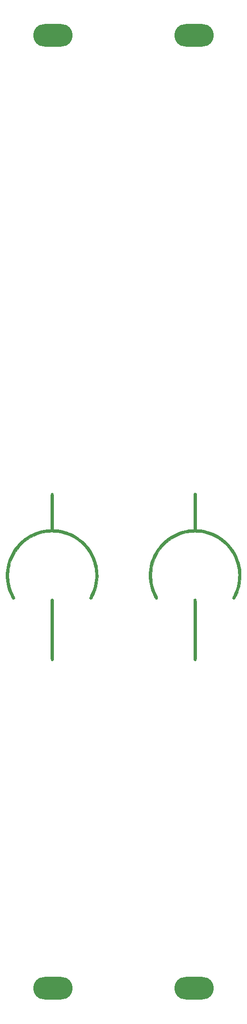
<source format=gtl>
%TF.GenerationSoftware,KiCad,Pcbnew,(6.0.0-0)*%
%TF.CreationDate,2022-06-17T06:07:27+01:00*%
%TF.ProjectId,4u-damped-integrator-panel,34752d64-616d-4706-9564-2d696e746567,r01*%
%TF.SameCoordinates,Original*%
%TF.FileFunction,Copper,L1,Top*%
%TF.FilePolarity,Positive*%
%FSLAX46Y46*%
G04 Gerber Fmt 4.6, Leading zero omitted, Abs format (unit mm)*
G04 Created by KiCad (PCBNEW (6.0.0-0)) date 2022-06-17 06:07:27*
%MOMM*%
%LPD*%
G01*
G04 APERTURE LIST*
%TA.AperFunction,EtchedComponent*%
%ADD10C,0.010000*%
%TD*%
%TA.AperFunction,ComponentPad*%
%ADD11O,7.000000X4.000000*%
%TD*%
G04 APERTURE END LIST*
D10*
%TO.C,Ref\u002A\u002A*%
X112781976Y-125407740D02*
X112855427Y-125456251D01*
X112855427Y-125456251D02*
X112902751Y-125526475D01*
X112902751Y-125526475D02*
X112906160Y-125555649D01*
X112906160Y-125555649D02*
X112909389Y-125624949D01*
X112909389Y-125624949D02*
X112912437Y-125732168D01*
X112912437Y-125732168D02*
X112915306Y-125875100D01*
X112915306Y-125875100D02*
X112917993Y-126051538D01*
X112917993Y-126051538D02*
X112920500Y-126259276D01*
X112920500Y-126259276D02*
X112922826Y-126496106D01*
X112922826Y-126496106D02*
X112924971Y-126759822D01*
X112924971Y-126759822D02*
X112926935Y-127048217D01*
X112926935Y-127048217D02*
X112928717Y-127359085D01*
X112928717Y-127359085D02*
X112930319Y-127690219D01*
X112930319Y-127690219D02*
X112931739Y-128039412D01*
X112931739Y-128039412D02*
X112932977Y-128404457D01*
X112932977Y-128404457D02*
X112934034Y-128783149D01*
X112934034Y-128783149D02*
X112934909Y-129173279D01*
X112934909Y-129173279D02*
X112935602Y-129572642D01*
X112935602Y-129572642D02*
X112936113Y-129979030D01*
X112936113Y-129979030D02*
X112936442Y-130390238D01*
X112936442Y-130390238D02*
X112936589Y-130804057D01*
X112936589Y-130804057D02*
X112936553Y-131218283D01*
X112936553Y-131218283D02*
X112936335Y-131630707D01*
X112936335Y-131630707D02*
X112935934Y-132039124D01*
X112935934Y-132039124D02*
X112935351Y-132441326D01*
X112935351Y-132441326D02*
X112934584Y-132835107D01*
X112934584Y-132835107D02*
X112933635Y-133218261D01*
X112933635Y-133218261D02*
X112932503Y-133588579D01*
X112932503Y-133588579D02*
X112931187Y-133943857D01*
X112931187Y-133943857D02*
X112929689Y-134281886D01*
X112929689Y-134281886D02*
X112928006Y-134600461D01*
X112928006Y-134600461D02*
X112926141Y-134897375D01*
X112926141Y-134897375D02*
X112924091Y-135170421D01*
X112924091Y-135170421D02*
X112921858Y-135417392D01*
X112921858Y-135417392D02*
X112919441Y-135636081D01*
X112919441Y-135636081D02*
X112916840Y-135824283D01*
X112916840Y-135824283D02*
X112914055Y-135979790D01*
X112914055Y-135979790D02*
X112911085Y-136100395D01*
X112911085Y-136100395D02*
X112907931Y-136183892D01*
X112907931Y-136183892D02*
X112904593Y-136228074D01*
X112904593Y-136228074D02*
X112903319Y-136233996D01*
X112903319Y-136233996D02*
X112850243Y-136312814D01*
X112850243Y-136312814D02*
X112775456Y-136361145D01*
X112775456Y-136361145D02*
X112688541Y-136377013D01*
X112688541Y-136377013D02*
X112599081Y-136358441D01*
X112599081Y-136358441D02*
X112525709Y-136311902D01*
X112525709Y-136311902D02*
X112456583Y-136250139D01*
X112456583Y-136250139D02*
X112456583Y-125511694D01*
X112456583Y-125511694D02*
X112525709Y-125449930D01*
X112525709Y-125449930D02*
X112606468Y-125402417D01*
X112606468Y-125402417D02*
X112695440Y-125389075D01*
X112695440Y-125389075D02*
X112781976Y-125407740D01*
X112781976Y-125407740D02*
X112781976Y-125407740D01*
G36*
X112781976Y-125407740D02*
G01*
X112855427Y-125456251D01*
X112902751Y-125526475D01*
X112906160Y-125555649D01*
X112909389Y-125624949D01*
X112912437Y-125732168D01*
X112915306Y-125875100D01*
X112917993Y-126051538D01*
X112920500Y-126259276D01*
X112922826Y-126496106D01*
X112924971Y-126759822D01*
X112926935Y-127048217D01*
X112928717Y-127359085D01*
X112930319Y-127690219D01*
X112931739Y-128039412D01*
X112932977Y-128404457D01*
X112934034Y-128783149D01*
X112934909Y-129173279D01*
X112935602Y-129572642D01*
X112936113Y-129979030D01*
X112936442Y-130390238D01*
X112936589Y-130804057D01*
X112936553Y-131218283D01*
X112936335Y-131630707D01*
X112935934Y-132039124D01*
X112935351Y-132441326D01*
X112934584Y-132835107D01*
X112933635Y-133218261D01*
X112932503Y-133588579D01*
X112931187Y-133943857D01*
X112929689Y-134281886D01*
X112928006Y-134600461D01*
X112926141Y-134897375D01*
X112924091Y-135170421D01*
X112921858Y-135417392D01*
X112919441Y-135636081D01*
X112916840Y-135824283D01*
X112914055Y-135979790D01*
X112911085Y-136100395D01*
X112907931Y-136183892D01*
X112904593Y-136228074D01*
X112903319Y-136233996D01*
X112850243Y-136312814D01*
X112775456Y-136361145D01*
X112688541Y-136377013D01*
X112599081Y-136358441D01*
X112525709Y-136311902D01*
X112456583Y-136250139D01*
X112456583Y-125511694D01*
X112525709Y-125449930D01*
X112606468Y-125402417D01*
X112695440Y-125389075D01*
X112781976Y-125407740D01*
G37*
X112781976Y-125407740D02*
X112855427Y-125456251D01*
X112902751Y-125526475D01*
X112906160Y-125555649D01*
X112909389Y-125624949D01*
X112912437Y-125732168D01*
X112915306Y-125875100D01*
X112917993Y-126051538D01*
X112920500Y-126259276D01*
X112922826Y-126496106D01*
X112924971Y-126759822D01*
X112926935Y-127048217D01*
X112928717Y-127359085D01*
X112930319Y-127690219D01*
X112931739Y-128039412D01*
X112932977Y-128404457D01*
X112934034Y-128783149D01*
X112934909Y-129173279D01*
X112935602Y-129572642D01*
X112936113Y-129979030D01*
X112936442Y-130390238D01*
X112936589Y-130804057D01*
X112936553Y-131218283D01*
X112936335Y-131630707D01*
X112935934Y-132039124D01*
X112935351Y-132441326D01*
X112934584Y-132835107D01*
X112933635Y-133218261D01*
X112932503Y-133588579D01*
X112931187Y-133943857D01*
X112929689Y-134281886D01*
X112928006Y-134600461D01*
X112926141Y-134897375D01*
X112924091Y-135170421D01*
X112921858Y-135417392D01*
X112919441Y-135636081D01*
X112916840Y-135824283D01*
X112914055Y-135979790D01*
X112911085Y-136100395D01*
X112907931Y-136183892D01*
X112904593Y-136228074D01*
X112903319Y-136233996D01*
X112850243Y-136312814D01*
X112775456Y-136361145D01*
X112688541Y-136377013D01*
X112599081Y-136358441D01*
X112525709Y-136311902D01*
X112456583Y-136250139D01*
X112456583Y-125511694D01*
X112525709Y-125449930D01*
X112606468Y-125402417D01*
X112695440Y-125389075D01*
X112781976Y-125407740D01*
X112750159Y-106636686D02*
X112815961Y-106670859D01*
X112815961Y-106670859D02*
X112870763Y-106717101D01*
X112870763Y-106717101D02*
X112877999Y-106726006D01*
X112877999Y-106726006D02*
X112922250Y-106785763D01*
X112922250Y-106785763D02*
X112932833Y-109932756D01*
X112932833Y-109932756D02*
X112943417Y-113079750D01*
X112943417Y-113079750D02*
X113059833Y-113084600D01*
X113059833Y-113084600D02*
X113631839Y-113129373D01*
X113631839Y-113129373D02*
X114197037Y-113214992D01*
X114197037Y-113214992D02*
X114753265Y-113340248D01*
X114753265Y-113340248D02*
X115298360Y-113503933D01*
X115298360Y-113503933D02*
X115830160Y-113704838D01*
X115830160Y-113704838D02*
X116346503Y-113941754D01*
X116346503Y-113941754D02*
X116845226Y-114213472D01*
X116845226Y-114213472D02*
X117324168Y-114518784D01*
X117324168Y-114518784D02*
X117781166Y-114856481D01*
X117781166Y-114856481D02*
X118214057Y-115225354D01*
X118214057Y-115225354D02*
X118620680Y-115624194D01*
X118620680Y-115624194D02*
X118998873Y-116051793D01*
X118998873Y-116051793D02*
X119346472Y-116506941D01*
X119346472Y-116506941D02*
X119450019Y-116656916D01*
X119450019Y-116656916D02*
X119729536Y-117096174D01*
X119729536Y-117096174D02*
X119972428Y-117530968D01*
X119972428Y-117530968D02*
X120182510Y-117969358D01*
X120182510Y-117969358D02*
X120363593Y-118419406D01*
X120363593Y-118419406D02*
X120519492Y-118889170D01*
X120519492Y-118889170D02*
X120541594Y-118964083D01*
X120541594Y-118964083D02*
X120684926Y-119533251D01*
X120684926Y-119533251D02*
X120787037Y-120110284D01*
X120787037Y-120110284D02*
X120847802Y-120692892D01*
X120847802Y-120692892D02*
X120867097Y-121278783D01*
X120867097Y-121278783D02*
X120844797Y-121865666D01*
X120844797Y-121865666D02*
X120780778Y-122451248D01*
X120780778Y-122451248D02*
X120743666Y-122683428D01*
X120743666Y-122683428D02*
X120663529Y-123075237D01*
X120663529Y-123075237D02*
X120558363Y-123482054D01*
X120558363Y-123482054D02*
X120432670Y-123888557D01*
X120432670Y-123888557D02*
X120290951Y-124279423D01*
X120290951Y-124279423D02*
X120231988Y-124425083D01*
X120231988Y-124425083D02*
X120179430Y-124546060D01*
X120179430Y-124546060D02*
X120118358Y-124678849D01*
X120118358Y-124678849D02*
X120052057Y-124817062D01*
X120052057Y-124817062D02*
X119983813Y-124954306D01*
X119983813Y-124954306D02*
X119916910Y-125084193D01*
X119916910Y-125084193D02*
X119854632Y-125200332D01*
X119854632Y-125200332D02*
X119800264Y-125296333D01*
X119800264Y-125296333D02*
X119757092Y-125365805D01*
X119757092Y-125365805D02*
X119730790Y-125400103D01*
X119730790Y-125400103D02*
X119650049Y-125454017D01*
X119650049Y-125454017D02*
X119559451Y-125471465D01*
X119559451Y-125471465D02*
X119469563Y-125452876D01*
X119469563Y-125452876D02*
X119390953Y-125398680D01*
X119390953Y-125398680D02*
X119379359Y-125385822D01*
X119379359Y-125385822D02*
X119348864Y-125344199D01*
X119348864Y-125344199D02*
X119330510Y-125301678D01*
X119330510Y-125301678D02*
X119325547Y-125252908D01*
X119325547Y-125252908D02*
X119335228Y-125192538D01*
X119335228Y-125192538D02*
X119360805Y-125115216D01*
X119360805Y-125115216D02*
X119403530Y-125015589D01*
X119403530Y-125015589D02*
X119464655Y-124888307D01*
X119464655Y-124888307D02*
X119522860Y-124772397D01*
X119522860Y-124772397D02*
X119762902Y-124259579D01*
X119762902Y-124259579D02*
X119961713Y-123747334D01*
X119961713Y-123747334D02*
X120120181Y-123231982D01*
X120120181Y-123231982D02*
X120239194Y-122709844D01*
X120239194Y-122709844D02*
X120319640Y-122177239D01*
X120319640Y-122177239D02*
X120362408Y-121630488D01*
X120362408Y-121630488D02*
X120370425Y-121260666D01*
X120370425Y-121260666D02*
X120368870Y-121025794D01*
X120368870Y-121025794D02*
X120363454Y-120821356D01*
X120363454Y-120821356D02*
X120353279Y-120635557D01*
X120353279Y-120635557D02*
X120337451Y-120456603D01*
X120337451Y-120456603D02*
X120315072Y-120272698D01*
X120315072Y-120272698D02*
X120285246Y-120072047D01*
X120285246Y-120072047D02*
X120275532Y-120011833D01*
X120275532Y-120011833D02*
X120164646Y-119461886D01*
X120164646Y-119461886D02*
X120015153Y-118926708D01*
X120015153Y-118926708D02*
X119828614Y-118407835D01*
X119828614Y-118407835D02*
X119606586Y-117906808D01*
X119606586Y-117906808D02*
X119350630Y-117425163D01*
X119350630Y-117425163D02*
X119062304Y-116964439D01*
X119062304Y-116964439D02*
X118743167Y-116526175D01*
X118743167Y-116526175D02*
X118394779Y-116111909D01*
X118394779Y-116111909D02*
X118018699Y-115723179D01*
X118018699Y-115723179D02*
X117616485Y-115361524D01*
X117616485Y-115361524D02*
X117189696Y-115028481D01*
X117189696Y-115028481D02*
X116739893Y-114725590D01*
X116739893Y-114725590D02*
X116268633Y-114454388D01*
X116268633Y-114454388D02*
X115777476Y-114216414D01*
X115777476Y-114216414D02*
X115267981Y-114013206D01*
X115267981Y-114013206D02*
X114741707Y-113846302D01*
X114741707Y-113846302D02*
X114200213Y-113717241D01*
X114200213Y-113717241D02*
X113830767Y-113652870D01*
X113830767Y-113652870D02*
X113631090Y-113625245D01*
X113631090Y-113625245D02*
X113445927Y-113604642D01*
X113445927Y-113604642D02*
X113263187Y-113590245D01*
X113263187Y-113590245D02*
X113070780Y-113581240D01*
X113070780Y-113581240D02*
X112856613Y-113576814D01*
X112856613Y-113576814D02*
X112689417Y-113576004D01*
X112689417Y-113576004D02*
X112334688Y-113581536D01*
X112334688Y-113581536D02*
X112009252Y-113598914D01*
X112009252Y-113598914D02*
X111701432Y-113629310D01*
X111701432Y-113629310D02*
X111399555Y-113673896D01*
X111399555Y-113673896D02*
X111091946Y-113733844D01*
X111091946Y-113733844D02*
X111070167Y-113738587D01*
X111070167Y-113738587D02*
X110517097Y-113881179D01*
X110517097Y-113881179D02*
X109979317Y-114062651D01*
X109979317Y-114062651D02*
X109458636Y-114281817D01*
X109458636Y-114281817D02*
X108956862Y-114537485D01*
X108956862Y-114537485D02*
X108475803Y-114828469D01*
X108475803Y-114828469D02*
X108017267Y-115153579D01*
X108017267Y-115153579D02*
X107583062Y-115511626D01*
X107583062Y-115511626D02*
X107174996Y-115901422D01*
X107174996Y-115901422D02*
X106794879Y-116321777D01*
X106794879Y-116321777D02*
X106444517Y-116771503D01*
X106444517Y-116771503D02*
X106433285Y-116787107D01*
X106433285Y-116787107D02*
X106119582Y-117259918D01*
X106119582Y-117259918D02*
X105843183Y-117751721D01*
X105843183Y-117751721D02*
X105604716Y-118260460D01*
X105604716Y-118260460D02*
X105404809Y-118784078D01*
X105404809Y-118784078D02*
X105244091Y-119320517D01*
X105244091Y-119320517D02*
X105123188Y-119867721D01*
X105123188Y-119867721D02*
X105042729Y-120423633D01*
X105042729Y-120423633D02*
X105003342Y-120986197D01*
X105003342Y-120986197D02*
X105002755Y-121472333D01*
X105002755Y-121472333D02*
X105040152Y-122046485D01*
X105040152Y-122046485D02*
X105117118Y-122606135D01*
X105117118Y-122606135D02*
X105234102Y-123152954D01*
X105234102Y-123152954D02*
X105391550Y-123688612D01*
X105391550Y-123688612D02*
X105589911Y-124214781D01*
X105589911Y-124214781D02*
X105829631Y-124733132D01*
X105829631Y-124733132D02*
X105925685Y-124917296D01*
X105925685Y-124917296D02*
X105977638Y-125018909D01*
X105977638Y-125018909D02*
X106018698Y-125108897D01*
X106018698Y-125108897D02*
X106045225Y-125178721D01*
X106045225Y-125178721D02*
X106053667Y-125217543D01*
X106053667Y-125217543D02*
X106035626Y-125316146D01*
X106035626Y-125316146D02*
X105986809Y-125394539D01*
X105986809Y-125394539D02*
X105915171Y-125447854D01*
X105915171Y-125447854D02*
X105828671Y-125471224D01*
X105828671Y-125471224D02*
X105735263Y-125459783D01*
X105735263Y-125459783D02*
X105689692Y-125440162D01*
X105689692Y-125440162D02*
X105647294Y-125401664D01*
X105647294Y-125401664D02*
X105592829Y-125327953D01*
X105592829Y-125327953D02*
X105528495Y-125223674D01*
X105528495Y-125223674D02*
X105456490Y-125093472D01*
X105456490Y-125093472D02*
X105379012Y-124941992D01*
X105379012Y-124941992D02*
X105298259Y-124773879D01*
X105298259Y-124773879D02*
X105216428Y-124593777D01*
X105216428Y-124593777D02*
X105135719Y-124406331D01*
X105135719Y-124406331D02*
X105058329Y-124216187D01*
X105058329Y-124216187D02*
X104986456Y-124027988D01*
X104986456Y-124027988D02*
X104922298Y-123846380D01*
X104922298Y-123846380D02*
X104892627Y-123755816D01*
X104892627Y-123755816D02*
X104796908Y-123425498D01*
X104796908Y-123425498D02*
X104709610Y-123066526D01*
X104709610Y-123066526D02*
X104633564Y-122692210D01*
X104633564Y-122692210D02*
X104571602Y-122315858D01*
X104571602Y-122315858D02*
X104546468Y-122128500D01*
X104546468Y-122128500D02*
X104535954Y-122012957D01*
X104535954Y-122012957D02*
X104527972Y-121863040D01*
X104527972Y-121863040D02*
X104522473Y-121686630D01*
X104522473Y-121686630D02*
X104519409Y-121491607D01*
X104519409Y-121491607D02*
X104518732Y-121285852D01*
X104518732Y-121285852D02*
X104520393Y-121077246D01*
X104520393Y-121077246D02*
X104524346Y-120873669D01*
X104524346Y-120873669D02*
X104530540Y-120683002D01*
X104530540Y-120683002D02*
X104538929Y-120513126D01*
X104538929Y-120513126D02*
X104549464Y-120371921D01*
X104549464Y-120371921D02*
X104557658Y-120297583D01*
X104557658Y-120297583D02*
X104653340Y-119709397D01*
X104653340Y-119709397D02*
X104781886Y-119146311D01*
X104781886Y-119146311D02*
X104944354Y-118605492D01*
X104944354Y-118605492D02*
X105141799Y-118084104D01*
X105141799Y-118084104D02*
X105375279Y-117579315D01*
X105375279Y-117579315D02*
X105645849Y-117088291D01*
X105645849Y-117088291D02*
X105906828Y-116678083D01*
X105906828Y-116678083D02*
X106251237Y-116205873D01*
X106251237Y-116205873D02*
X106625777Y-115762265D01*
X106625777Y-115762265D02*
X107028575Y-115348386D01*
X107028575Y-115348386D02*
X107457753Y-114965363D01*
X107457753Y-114965363D02*
X107911437Y-114614324D01*
X107911437Y-114614324D02*
X108387751Y-114296395D01*
X108387751Y-114296395D02*
X108884821Y-114012704D01*
X108884821Y-114012704D02*
X109400770Y-113764378D01*
X109400770Y-113764378D02*
X109933724Y-113552543D01*
X109933724Y-113552543D02*
X110481806Y-113378326D01*
X110481806Y-113378326D02*
X111043143Y-113242856D01*
X111043143Y-113242856D02*
X111615858Y-113147259D01*
X111615858Y-113147259D02*
X111821923Y-113123086D01*
X111821923Y-113123086D02*
X111948105Y-113110638D01*
X111948105Y-113110638D02*
X112073244Y-113099550D01*
X112073244Y-113099550D02*
X112184798Y-113090853D01*
X112184798Y-113090853D02*
X112270226Y-113085576D01*
X112270226Y-113085576D02*
X112287250Y-113084870D01*
X112287250Y-113084870D02*
X112435417Y-113079750D01*
X112435417Y-113079750D02*
X112446000Y-109925916D01*
X112446000Y-109925916D02*
X112447401Y-109493644D01*
X112447401Y-109493644D02*
X112448625Y-109101704D01*
X112448625Y-109101704D02*
X112449760Y-108748092D01*
X112449760Y-108748092D02*
X112450897Y-108430808D01*
X112450897Y-108430808D02*
X112452125Y-108147850D01*
X112452125Y-108147850D02*
X112453533Y-107897216D01*
X112453533Y-107897216D02*
X112455212Y-107676905D01*
X112455212Y-107676905D02*
X112457251Y-107484916D01*
X112457251Y-107484916D02*
X112459739Y-107319245D01*
X112459739Y-107319245D02*
X112462767Y-107177893D01*
X112462767Y-107177893D02*
X112466425Y-107058856D01*
X112466425Y-107058856D02*
X112470800Y-106960134D01*
X112470800Y-106960134D02*
X112475985Y-106879726D01*
X112475985Y-106879726D02*
X112482067Y-106815628D01*
X112482067Y-106815628D02*
X112489138Y-106765840D01*
X112489138Y-106765840D02*
X112497286Y-106728360D01*
X112497286Y-106728360D02*
X112506601Y-106701187D01*
X112506601Y-106701187D02*
X112517173Y-106682319D01*
X112517173Y-106682319D02*
X112529091Y-106669753D01*
X112529091Y-106669753D02*
X112542446Y-106661489D01*
X112542446Y-106661489D02*
X112557327Y-106655526D01*
X112557327Y-106655526D02*
X112573823Y-106649860D01*
X112573823Y-106649860D02*
X112592024Y-106642491D01*
X112592024Y-106642491D02*
X112593130Y-106641971D01*
X112593130Y-106641971D02*
X112646984Y-106620952D01*
X112646984Y-106620952D02*
X112692617Y-106619884D01*
X112692617Y-106619884D02*
X112750159Y-106636686D01*
X112750159Y-106636686D02*
X112750159Y-106636686D01*
G36*
X112750159Y-106636686D02*
G01*
X112815961Y-106670859D01*
X112870763Y-106717101D01*
X112877999Y-106726006D01*
X112922250Y-106785763D01*
X112932833Y-109932756D01*
X112943417Y-113079750D01*
X113059833Y-113084600D01*
X113631839Y-113129373D01*
X114197037Y-113214992D01*
X114753265Y-113340248D01*
X115298360Y-113503933D01*
X115830160Y-113704838D01*
X116346503Y-113941754D01*
X116845226Y-114213472D01*
X117324168Y-114518784D01*
X117781166Y-114856481D01*
X118214057Y-115225354D01*
X118620680Y-115624194D01*
X118998873Y-116051793D01*
X119346472Y-116506941D01*
X119450019Y-116656916D01*
X119729536Y-117096174D01*
X119972428Y-117530968D01*
X120182510Y-117969358D01*
X120363593Y-118419406D01*
X120519492Y-118889170D01*
X120541594Y-118964083D01*
X120684926Y-119533251D01*
X120787037Y-120110284D01*
X120847802Y-120692892D01*
X120867097Y-121278783D01*
X120844797Y-121865666D01*
X120780778Y-122451248D01*
X120743666Y-122683428D01*
X120663529Y-123075237D01*
X120558363Y-123482054D01*
X120432670Y-123888557D01*
X120290951Y-124279423D01*
X120231988Y-124425083D01*
X120179430Y-124546060D01*
X120118358Y-124678849D01*
X120052057Y-124817062D01*
X119983813Y-124954306D01*
X119916910Y-125084193D01*
X119854632Y-125200332D01*
X119800264Y-125296333D01*
X119757092Y-125365805D01*
X119730790Y-125400103D01*
X119650049Y-125454017D01*
X119559451Y-125471465D01*
X119469563Y-125452876D01*
X119390953Y-125398680D01*
X119379359Y-125385822D01*
X119348864Y-125344199D01*
X119330510Y-125301678D01*
X119325547Y-125252908D01*
X119335228Y-125192538D01*
X119360805Y-125115216D01*
X119403530Y-125015589D01*
X119464655Y-124888307D01*
X119522860Y-124772397D01*
X119762902Y-124259579D01*
X119961713Y-123747334D01*
X120120181Y-123231982D01*
X120239194Y-122709844D01*
X120319640Y-122177239D01*
X120362408Y-121630488D01*
X120370425Y-121260666D01*
X120368870Y-121025794D01*
X120363454Y-120821356D01*
X120353279Y-120635557D01*
X120337451Y-120456603D01*
X120315072Y-120272698D01*
X120285246Y-120072047D01*
X120275532Y-120011833D01*
X120164646Y-119461886D01*
X120015153Y-118926708D01*
X119828614Y-118407835D01*
X119606586Y-117906808D01*
X119350630Y-117425163D01*
X119062304Y-116964439D01*
X118743167Y-116526175D01*
X118394779Y-116111909D01*
X118018699Y-115723179D01*
X117616485Y-115361524D01*
X117189696Y-115028481D01*
X116739893Y-114725590D01*
X116268633Y-114454388D01*
X115777476Y-114216414D01*
X115267981Y-114013206D01*
X114741707Y-113846302D01*
X114200213Y-113717241D01*
X113830767Y-113652870D01*
X113631090Y-113625245D01*
X113445927Y-113604642D01*
X113263187Y-113590245D01*
X113070780Y-113581240D01*
X112856613Y-113576814D01*
X112689417Y-113576004D01*
X112334688Y-113581536D01*
X112009252Y-113598914D01*
X111701432Y-113629310D01*
X111399555Y-113673896D01*
X111091946Y-113733844D01*
X111070167Y-113738587D01*
X110517097Y-113881179D01*
X109979317Y-114062651D01*
X109458636Y-114281817D01*
X108956862Y-114537485D01*
X108475803Y-114828469D01*
X108017267Y-115153579D01*
X107583062Y-115511626D01*
X107174996Y-115901422D01*
X106794879Y-116321777D01*
X106444517Y-116771503D01*
X106433285Y-116787107D01*
X106119582Y-117259918D01*
X105843183Y-117751721D01*
X105604716Y-118260460D01*
X105404809Y-118784078D01*
X105244091Y-119320517D01*
X105123188Y-119867721D01*
X105042729Y-120423633D01*
X105003342Y-120986197D01*
X105002755Y-121472333D01*
X105040152Y-122046485D01*
X105117118Y-122606135D01*
X105234102Y-123152954D01*
X105391550Y-123688612D01*
X105589911Y-124214781D01*
X105829631Y-124733132D01*
X105925685Y-124917296D01*
X105977638Y-125018909D01*
X106018698Y-125108897D01*
X106045225Y-125178721D01*
X106053667Y-125217543D01*
X106035626Y-125316146D01*
X105986809Y-125394539D01*
X105915171Y-125447854D01*
X105828671Y-125471224D01*
X105735263Y-125459783D01*
X105689692Y-125440162D01*
X105647294Y-125401664D01*
X105592829Y-125327953D01*
X105528495Y-125223674D01*
X105456490Y-125093472D01*
X105379012Y-124941992D01*
X105298259Y-124773879D01*
X105216428Y-124593777D01*
X105135719Y-124406331D01*
X105058329Y-124216187D01*
X104986456Y-124027988D01*
X104922298Y-123846380D01*
X104892627Y-123755816D01*
X104796908Y-123425498D01*
X104709610Y-123066526D01*
X104633564Y-122692210D01*
X104571602Y-122315858D01*
X104546468Y-122128500D01*
X104535954Y-122012957D01*
X104527972Y-121863040D01*
X104522473Y-121686630D01*
X104519409Y-121491607D01*
X104518732Y-121285852D01*
X104520393Y-121077246D01*
X104524346Y-120873669D01*
X104530540Y-120683002D01*
X104538929Y-120513126D01*
X104549464Y-120371921D01*
X104557658Y-120297583D01*
X104653340Y-119709397D01*
X104781886Y-119146311D01*
X104944354Y-118605492D01*
X105141799Y-118084104D01*
X105375279Y-117579315D01*
X105645849Y-117088291D01*
X105906828Y-116678083D01*
X106251237Y-116205873D01*
X106625777Y-115762265D01*
X107028575Y-115348386D01*
X107457753Y-114965363D01*
X107911437Y-114614324D01*
X108387751Y-114296395D01*
X108884821Y-114012704D01*
X109400770Y-113764378D01*
X109933724Y-113552543D01*
X110481806Y-113378326D01*
X111043143Y-113242856D01*
X111615858Y-113147259D01*
X111821923Y-113123086D01*
X111948105Y-113110638D01*
X112073244Y-113099550D01*
X112184798Y-113090853D01*
X112270226Y-113085576D01*
X112287250Y-113084870D01*
X112435417Y-113079750D01*
X112446000Y-109925916D01*
X112447401Y-109493644D01*
X112448625Y-109101704D01*
X112449760Y-108748092D01*
X112450897Y-108430808D01*
X112452125Y-108147850D01*
X112453533Y-107897216D01*
X112455212Y-107676905D01*
X112457251Y-107484916D01*
X112459739Y-107319245D01*
X112462767Y-107177893D01*
X112466425Y-107058856D01*
X112470800Y-106960134D01*
X112475985Y-106879726D01*
X112482067Y-106815628D01*
X112489138Y-106765840D01*
X112497286Y-106728360D01*
X112506601Y-106701187D01*
X112517173Y-106682319D01*
X112529091Y-106669753D01*
X112542446Y-106661489D01*
X112557327Y-106655526D01*
X112573823Y-106649860D01*
X112592024Y-106642491D01*
X112593130Y-106641971D01*
X112646984Y-106620952D01*
X112692617Y-106619884D01*
X112750159Y-106636686D01*
G37*
X112750159Y-106636686D02*
X112815961Y-106670859D01*
X112870763Y-106717101D01*
X112877999Y-106726006D01*
X112922250Y-106785763D01*
X112932833Y-109932756D01*
X112943417Y-113079750D01*
X113059833Y-113084600D01*
X113631839Y-113129373D01*
X114197037Y-113214992D01*
X114753265Y-113340248D01*
X115298360Y-113503933D01*
X115830160Y-113704838D01*
X116346503Y-113941754D01*
X116845226Y-114213472D01*
X117324168Y-114518784D01*
X117781166Y-114856481D01*
X118214057Y-115225354D01*
X118620680Y-115624194D01*
X118998873Y-116051793D01*
X119346472Y-116506941D01*
X119450019Y-116656916D01*
X119729536Y-117096174D01*
X119972428Y-117530968D01*
X120182510Y-117969358D01*
X120363593Y-118419406D01*
X120519492Y-118889170D01*
X120541594Y-118964083D01*
X120684926Y-119533251D01*
X120787037Y-120110284D01*
X120847802Y-120692892D01*
X120867097Y-121278783D01*
X120844797Y-121865666D01*
X120780778Y-122451248D01*
X120743666Y-122683428D01*
X120663529Y-123075237D01*
X120558363Y-123482054D01*
X120432670Y-123888557D01*
X120290951Y-124279423D01*
X120231988Y-124425083D01*
X120179430Y-124546060D01*
X120118358Y-124678849D01*
X120052057Y-124817062D01*
X119983813Y-124954306D01*
X119916910Y-125084193D01*
X119854632Y-125200332D01*
X119800264Y-125296333D01*
X119757092Y-125365805D01*
X119730790Y-125400103D01*
X119650049Y-125454017D01*
X119559451Y-125471465D01*
X119469563Y-125452876D01*
X119390953Y-125398680D01*
X119379359Y-125385822D01*
X119348864Y-125344199D01*
X119330510Y-125301678D01*
X119325547Y-125252908D01*
X119335228Y-125192538D01*
X119360805Y-125115216D01*
X119403530Y-125015589D01*
X119464655Y-124888307D01*
X119522860Y-124772397D01*
X119762902Y-124259579D01*
X119961713Y-123747334D01*
X120120181Y-123231982D01*
X120239194Y-122709844D01*
X120319640Y-122177239D01*
X120362408Y-121630488D01*
X120370425Y-121260666D01*
X120368870Y-121025794D01*
X120363454Y-120821356D01*
X120353279Y-120635557D01*
X120337451Y-120456603D01*
X120315072Y-120272698D01*
X120285246Y-120072047D01*
X120275532Y-120011833D01*
X120164646Y-119461886D01*
X120015153Y-118926708D01*
X119828614Y-118407835D01*
X119606586Y-117906808D01*
X119350630Y-117425163D01*
X119062304Y-116964439D01*
X118743167Y-116526175D01*
X118394779Y-116111909D01*
X118018699Y-115723179D01*
X117616485Y-115361524D01*
X117189696Y-115028481D01*
X116739893Y-114725590D01*
X116268633Y-114454388D01*
X115777476Y-114216414D01*
X115267981Y-114013206D01*
X114741707Y-113846302D01*
X114200213Y-113717241D01*
X113830767Y-113652870D01*
X113631090Y-113625245D01*
X113445927Y-113604642D01*
X113263187Y-113590245D01*
X113070780Y-113581240D01*
X112856613Y-113576814D01*
X112689417Y-113576004D01*
X112334688Y-113581536D01*
X112009252Y-113598914D01*
X111701432Y-113629310D01*
X111399555Y-113673896D01*
X111091946Y-113733844D01*
X111070167Y-113738587D01*
X110517097Y-113881179D01*
X109979317Y-114062651D01*
X109458636Y-114281817D01*
X108956862Y-114537485D01*
X108475803Y-114828469D01*
X108017267Y-115153579D01*
X107583062Y-115511626D01*
X107174996Y-115901422D01*
X106794879Y-116321777D01*
X106444517Y-116771503D01*
X106433285Y-116787107D01*
X106119582Y-117259918D01*
X105843183Y-117751721D01*
X105604716Y-118260460D01*
X105404809Y-118784078D01*
X105244091Y-119320517D01*
X105123188Y-119867721D01*
X105042729Y-120423633D01*
X105003342Y-120986197D01*
X105002755Y-121472333D01*
X105040152Y-122046485D01*
X105117118Y-122606135D01*
X105234102Y-123152954D01*
X105391550Y-123688612D01*
X105589911Y-124214781D01*
X105829631Y-124733132D01*
X105925685Y-124917296D01*
X105977638Y-125018909D01*
X106018698Y-125108897D01*
X106045225Y-125178721D01*
X106053667Y-125217543D01*
X106035626Y-125316146D01*
X105986809Y-125394539D01*
X105915171Y-125447854D01*
X105828671Y-125471224D01*
X105735263Y-125459783D01*
X105689692Y-125440162D01*
X105647294Y-125401664D01*
X105592829Y-125327953D01*
X105528495Y-125223674D01*
X105456490Y-125093472D01*
X105379012Y-124941992D01*
X105298259Y-124773879D01*
X105216428Y-124593777D01*
X105135719Y-124406331D01*
X105058329Y-124216187D01*
X104986456Y-124027988D01*
X104922298Y-123846380D01*
X104892627Y-123755816D01*
X104796908Y-123425498D01*
X104709610Y-123066526D01*
X104633564Y-122692210D01*
X104571602Y-122315858D01*
X104546468Y-122128500D01*
X104535954Y-122012957D01*
X104527972Y-121863040D01*
X104522473Y-121686630D01*
X104519409Y-121491607D01*
X104518732Y-121285852D01*
X104520393Y-121077246D01*
X104524346Y-120873669D01*
X104530540Y-120683002D01*
X104538929Y-120513126D01*
X104549464Y-120371921D01*
X104557658Y-120297583D01*
X104653340Y-119709397D01*
X104781886Y-119146311D01*
X104944354Y-118605492D01*
X105141799Y-118084104D01*
X105375279Y-117579315D01*
X105645849Y-117088291D01*
X105906828Y-116678083D01*
X106251237Y-116205873D01*
X106625777Y-115762265D01*
X107028575Y-115348386D01*
X107457753Y-114965363D01*
X107911437Y-114614324D01*
X108387751Y-114296395D01*
X108884821Y-114012704D01*
X109400770Y-113764378D01*
X109933724Y-113552543D01*
X110481806Y-113378326D01*
X111043143Y-113242856D01*
X111615858Y-113147259D01*
X111821923Y-113123086D01*
X111948105Y-113110638D01*
X112073244Y-113099550D01*
X112184798Y-113090853D01*
X112270226Y-113085576D01*
X112287250Y-113084870D01*
X112435417Y-113079750D01*
X112446000Y-109925916D01*
X112447401Y-109493644D01*
X112448625Y-109101704D01*
X112449760Y-108748092D01*
X112450897Y-108430808D01*
X112452125Y-108147850D01*
X112453533Y-107897216D01*
X112455212Y-107676905D01*
X112457251Y-107484916D01*
X112459739Y-107319245D01*
X112462767Y-107177893D01*
X112466425Y-107058856D01*
X112470800Y-106960134D01*
X112475985Y-106879726D01*
X112482067Y-106815628D01*
X112489138Y-106765840D01*
X112497286Y-106728360D01*
X112506601Y-106701187D01*
X112517173Y-106682319D01*
X112529091Y-106669753D01*
X112542446Y-106661489D01*
X112557327Y-106655526D01*
X112573823Y-106649860D01*
X112592024Y-106642491D01*
X112593130Y-106641971D01*
X112646984Y-106620952D01*
X112692617Y-106619884D01*
X112750159Y-106636686D01*
X87364839Y-125394683D02*
X87416266Y-125420319D01*
X87416266Y-125420319D02*
X87460867Y-125460133D01*
X87460867Y-125460133D02*
X87532833Y-125532100D01*
X87532833Y-125532100D02*
X87532833Y-130867220D01*
X87532833Y-130867220D02*
X87532788Y-131458616D01*
X87532788Y-131458616D02*
X87532650Y-132008886D01*
X87532650Y-132008886D02*
X87532411Y-132519238D01*
X87532411Y-132519238D02*
X87532068Y-132990878D01*
X87532068Y-132990878D02*
X87531615Y-133425014D01*
X87531615Y-133425014D02*
X87531044Y-133822853D01*
X87531044Y-133822853D02*
X87530352Y-134185603D01*
X87530352Y-134185603D02*
X87529532Y-134514471D01*
X87529532Y-134514471D02*
X87528579Y-134810665D01*
X87528579Y-134810665D02*
X87527487Y-135075390D01*
X87527487Y-135075390D02*
X87526250Y-135309856D01*
X87526250Y-135309856D02*
X87524862Y-135515269D01*
X87524862Y-135515269D02*
X87523319Y-135692836D01*
X87523319Y-135692836D02*
X87521614Y-135843765D01*
X87521614Y-135843765D02*
X87519742Y-135969264D01*
X87519742Y-135969264D02*
X87517696Y-136070538D01*
X87517696Y-136070538D02*
X87515472Y-136148797D01*
X87515472Y-136148797D02*
X87513064Y-136205246D01*
X87513064Y-136205246D02*
X87510466Y-136241094D01*
X87510466Y-136241094D02*
X87507671Y-136257547D01*
X87507671Y-136257547D02*
X87507546Y-136257841D01*
X87507546Y-136257841D02*
X87458367Y-136318842D01*
X87458367Y-136318842D02*
X87383736Y-136358264D01*
X87383736Y-136358264D02*
X87296389Y-136372798D01*
X87296389Y-136372798D02*
X87209061Y-136359137D01*
X87209061Y-136359137D02*
X87175330Y-136344128D01*
X87175330Y-136344128D02*
X87164173Y-136338851D01*
X87164173Y-136338851D02*
X87153819Y-136334820D01*
X87153819Y-136334820D02*
X87144240Y-136330499D01*
X87144240Y-136330499D02*
X87135404Y-136324351D01*
X87135404Y-136324351D02*
X87127282Y-136314840D01*
X87127282Y-136314840D02*
X87119843Y-136300428D01*
X87119843Y-136300428D02*
X87113057Y-136279579D01*
X87113057Y-136279579D02*
X87106894Y-136250757D01*
X87106894Y-136250757D02*
X87101324Y-136212424D01*
X87101324Y-136212424D02*
X87096317Y-136163045D01*
X87096317Y-136163045D02*
X87091842Y-136101082D01*
X87091842Y-136101082D02*
X87087869Y-136024998D01*
X87087869Y-136024998D02*
X87084368Y-135933258D01*
X87084368Y-135933258D02*
X87081309Y-135824325D01*
X87081309Y-135824325D02*
X87078662Y-135696661D01*
X87078662Y-135696661D02*
X87076397Y-135548730D01*
X87076397Y-135548730D02*
X87074483Y-135378996D01*
X87074483Y-135378996D02*
X87072890Y-135185922D01*
X87072890Y-135185922D02*
X87071589Y-134967972D01*
X87071589Y-134967972D02*
X87070548Y-134723607D01*
X87070548Y-134723607D02*
X87069738Y-134451293D01*
X87069738Y-134451293D02*
X87069128Y-134149492D01*
X87069128Y-134149492D02*
X87068689Y-133816668D01*
X87068689Y-133816668D02*
X87068390Y-133451284D01*
X87068390Y-133451284D02*
X87068202Y-133051803D01*
X87068202Y-133051803D02*
X87068093Y-132616689D01*
X87068093Y-132616689D02*
X87068033Y-132144405D01*
X87068033Y-132144405D02*
X87067994Y-131633414D01*
X87067994Y-131633414D02*
X87067943Y-131082180D01*
X87067943Y-131082180D02*
X87067917Y-130873508D01*
X87067917Y-130873508D02*
X87067167Y-125532100D01*
X87067167Y-125532100D02*
X87139133Y-125460133D01*
X87139133Y-125460133D02*
X87194397Y-125412919D01*
X87194397Y-125412919D02*
X87246943Y-125392041D01*
X87246943Y-125392041D02*
X87300000Y-125388166D01*
X87300000Y-125388166D02*
X87364839Y-125394683D01*
X87364839Y-125394683D02*
X87364839Y-125394683D01*
G36*
X87364839Y-125394683D02*
G01*
X87416266Y-125420319D01*
X87460867Y-125460133D01*
X87532833Y-125532100D01*
X87532833Y-130867220D01*
X87532788Y-131458616D01*
X87532650Y-132008886D01*
X87532411Y-132519238D01*
X87532068Y-132990878D01*
X87531615Y-133425014D01*
X87531044Y-133822853D01*
X87530352Y-134185603D01*
X87529532Y-134514471D01*
X87528579Y-134810665D01*
X87527487Y-135075390D01*
X87526250Y-135309856D01*
X87524862Y-135515269D01*
X87523319Y-135692836D01*
X87521614Y-135843765D01*
X87519742Y-135969264D01*
X87517696Y-136070538D01*
X87515472Y-136148797D01*
X87513064Y-136205246D01*
X87510466Y-136241094D01*
X87507671Y-136257547D01*
X87507546Y-136257841D01*
X87458367Y-136318842D01*
X87383736Y-136358264D01*
X87296389Y-136372798D01*
X87209061Y-136359137D01*
X87175330Y-136344128D01*
X87164173Y-136338851D01*
X87153819Y-136334820D01*
X87144240Y-136330499D01*
X87135404Y-136324351D01*
X87127282Y-136314840D01*
X87119843Y-136300428D01*
X87113057Y-136279579D01*
X87106894Y-136250757D01*
X87101324Y-136212424D01*
X87096317Y-136163045D01*
X87091842Y-136101082D01*
X87087869Y-136024998D01*
X87084368Y-135933258D01*
X87081309Y-135824325D01*
X87078662Y-135696661D01*
X87076397Y-135548730D01*
X87074483Y-135378996D01*
X87072890Y-135185922D01*
X87071589Y-134967972D01*
X87070548Y-134723607D01*
X87069738Y-134451293D01*
X87069128Y-134149492D01*
X87068689Y-133816668D01*
X87068390Y-133451284D01*
X87068202Y-133051803D01*
X87068093Y-132616689D01*
X87068033Y-132144405D01*
X87067994Y-131633414D01*
X87067943Y-131082180D01*
X87067917Y-130873508D01*
X87067167Y-125532100D01*
X87139133Y-125460133D01*
X87194397Y-125412919D01*
X87246943Y-125392041D01*
X87300000Y-125388166D01*
X87364839Y-125394683D01*
G37*
X87364839Y-125394683D02*
X87416266Y-125420319D01*
X87460867Y-125460133D01*
X87532833Y-125532100D01*
X87532833Y-130867220D01*
X87532788Y-131458616D01*
X87532650Y-132008886D01*
X87532411Y-132519238D01*
X87532068Y-132990878D01*
X87531615Y-133425014D01*
X87531044Y-133822853D01*
X87530352Y-134185603D01*
X87529532Y-134514471D01*
X87528579Y-134810665D01*
X87527487Y-135075390D01*
X87526250Y-135309856D01*
X87524862Y-135515269D01*
X87523319Y-135692836D01*
X87521614Y-135843765D01*
X87519742Y-135969264D01*
X87517696Y-136070538D01*
X87515472Y-136148797D01*
X87513064Y-136205246D01*
X87510466Y-136241094D01*
X87507671Y-136257547D01*
X87507546Y-136257841D01*
X87458367Y-136318842D01*
X87383736Y-136358264D01*
X87296389Y-136372798D01*
X87209061Y-136359137D01*
X87175330Y-136344128D01*
X87164173Y-136338851D01*
X87153819Y-136334820D01*
X87144240Y-136330499D01*
X87135404Y-136324351D01*
X87127282Y-136314840D01*
X87119843Y-136300428D01*
X87113057Y-136279579D01*
X87106894Y-136250757D01*
X87101324Y-136212424D01*
X87096317Y-136163045D01*
X87091842Y-136101082D01*
X87087869Y-136024998D01*
X87084368Y-135933258D01*
X87081309Y-135824325D01*
X87078662Y-135696661D01*
X87076397Y-135548730D01*
X87074483Y-135378996D01*
X87072890Y-135185922D01*
X87071589Y-134967972D01*
X87070548Y-134723607D01*
X87069738Y-134451293D01*
X87069128Y-134149492D01*
X87068689Y-133816668D01*
X87068390Y-133451284D01*
X87068202Y-133051803D01*
X87068093Y-132616689D01*
X87068033Y-132144405D01*
X87067994Y-131633414D01*
X87067943Y-131082180D01*
X87067917Y-130873508D01*
X87067167Y-125532100D01*
X87139133Y-125460133D01*
X87194397Y-125412919D01*
X87246943Y-125392041D01*
X87300000Y-125388166D01*
X87364839Y-125394683D01*
X87375281Y-106634980D02*
X87457494Y-106677339D01*
X87457494Y-106677339D02*
X87482649Y-106701016D01*
X87482649Y-106701016D02*
X87488004Y-106708057D01*
X87488004Y-106708057D02*
X87492867Y-106718126D01*
X87492867Y-106718126D02*
X87497269Y-106733247D01*
X87497269Y-106733247D02*
X87501241Y-106755441D01*
X87501241Y-106755441D02*
X87504816Y-106786733D01*
X87504816Y-106786733D02*
X87508024Y-106829144D01*
X87508024Y-106829144D02*
X87510898Y-106884699D01*
X87510898Y-106884699D02*
X87513469Y-106955419D01*
X87513469Y-106955419D02*
X87515768Y-107043328D01*
X87515768Y-107043328D02*
X87517828Y-107150450D01*
X87517828Y-107150450D02*
X87519680Y-107278806D01*
X87519680Y-107278806D02*
X87521356Y-107430420D01*
X87521356Y-107430420D02*
X87522886Y-107607314D01*
X87522886Y-107607314D02*
X87524304Y-107811513D01*
X87524304Y-107811513D02*
X87525639Y-108045038D01*
X87525639Y-108045038D02*
X87526925Y-108309912D01*
X87526925Y-108309912D02*
X87528192Y-108608160D01*
X87528192Y-108608160D02*
X87529473Y-108941802D01*
X87529473Y-108941802D02*
X87530798Y-109312864D01*
X87530798Y-109312864D02*
X87532200Y-109723366D01*
X87532200Y-109723366D02*
X87532833Y-109912261D01*
X87532833Y-109912261D02*
X87543417Y-113079750D01*
X87543417Y-113079750D02*
X87817368Y-113094027D01*
X87817368Y-113094027D02*
X88266784Y-113132872D01*
X88266784Y-113132872D02*
X88731265Y-113202125D01*
X88731265Y-113202125D02*
X89199176Y-113299348D01*
X89199176Y-113299348D02*
X89658880Y-113422100D01*
X89658880Y-113422100D02*
X90098740Y-113567940D01*
X90098740Y-113567940D02*
X90126640Y-113578262D01*
X90126640Y-113578262D02*
X90668064Y-113801948D01*
X90668064Y-113801948D02*
X91188376Y-114061093D01*
X91188376Y-114061093D02*
X91686125Y-114354104D01*
X91686125Y-114354104D02*
X92159857Y-114679388D01*
X92159857Y-114679388D02*
X92608121Y-115035351D01*
X92608121Y-115035351D02*
X93029466Y-115420398D01*
X93029466Y-115420398D02*
X93422439Y-115832937D01*
X93422439Y-115832937D02*
X93785589Y-116271373D01*
X93785589Y-116271373D02*
X94117464Y-116734113D01*
X94117464Y-116734113D02*
X94416611Y-117219562D01*
X94416611Y-117219562D02*
X94681580Y-117726128D01*
X94681580Y-117726128D02*
X94910917Y-118252215D01*
X94910917Y-118252215D02*
X95103172Y-118796232D01*
X95103172Y-118796232D02*
X95206481Y-119154583D01*
X95206481Y-119154583D02*
X95308645Y-119583865D01*
X95308645Y-119583865D02*
X95384849Y-120001858D01*
X95384849Y-120001858D02*
X95437707Y-120425409D01*
X95437707Y-120425409D02*
X95468356Y-120841957D01*
X95468356Y-120841957D02*
X95477812Y-121430428D01*
X95477812Y-121430428D02*
X95445132Y-122014883D01*
X95445132Y-122014883D02*
X95370313Y-122595346D01*
X95370313Y-122595346D02*
X95253352Y-123171842D01*
X95253352Y-123171842D02*
X95094243Y-123744396D01*
X95094243Y-123744396D02*
X94962205Y-124130863D01*
X94962205Y-124130863D02*
X94921072Y-124236200D01*
X94921072Y-124236200D02*
X94868401Y-124361083D01*
X94868401Y-124361083D02*
X94807022Y-124499699D01*
X94807022Y-124499699D02*
X94739767Y-124646233D01*
X94739767Y-124646233D02*
X94669466Y-124794871D01*
X94669466Y-124794871D02*
X94598950Y-124939799D01*
X94598950Y-124939799D02*
X94531048Y-125075202D01*
X94531048Y-125075202D02*
X94468592Y-125195267D01*
X94468592Y-125195267D02*
X94414412Y-125294179D01*
X94414412Y-125294179D02*
X94371339Y-125366124D01*
X94371339Y-125366124D02*
X94342203Y-125405288D01*
X94342203Y-125405288D02*
X94341385Y-125406074D01*
X94341385Y-125406074D02*
X94264538Y-125451679D01*
X94264538Y-125451679D02*
X94171748Y-125468062D01*
X94171748Y-125468062D02*
X94079546Y-125453156D01*
X94079546Y-125453156D02*
X94053944Y-125442002D01*
X94053944Y-125442002D02*
X93992286Y-125389843D01*
X93992286Y-125389843D02*
X93946020Y-125313330D01*
X93946020Y-125313330D02*
X93925425Y-125230131D01*
X93925425Y-125230131D02*
X93925167Y-125220654D01*
X93925167Y-125220654D02*
X93934567Y-125189429D01*
X93934567Y-125189429D02*
X93960746Y-125127349D01*
X93960746Y-125127349D02*
X94000666Y-125040968D01*
X94000666Y-125040968D02*
X94051292Y-124936840D01*
X94051292Y-124936840D02*
X94109587Y-124821519D01*
X94109587Y-124821519D02*
X94114228Y-124812516D01*
X94114228Y-124812516D02*
X94359963Y-124295362D01*
X94359963Y-124295362D02*
X94563995Y-123775921D01*
X94563995Y-123775921D02*
X94726950Y-123251632D01*
X94726950Y-123251632D02*
X94849457Y-122719936D01*
X94849457Y-122719936D02*
X94932144Y-122178273D01*
X94932144Y-122178273D02*
X94975640Y-121624083D01*
X94975640Y-121624083D02*
X94983201Y-121271250D01*
X94983201Y-121271250D02*
X94980974Y-121016866D01*
X94980974Y-121016866D02*
X94973433Y-120791363D01*
X94973433Y-120791363D02*
X94959568Y-120581506D01*
X94959568Y-120581506D02*
X94938371Y-120374063D01*
X94938371Y-120374063D02*
X94908833Y-120155800D01*
X94908833Y-120155800D02*
X94888031Y-120022416D01*
X94888031Y-120022416D02*
X94791262Y-119523463D01*
X94791262Y-119523463D02*
X94664872Y-119044453D01*
X94664872Y-119044453D02*
X94506015Y-118576802D01*
X94506015Y-118576802D02*
X94311845Y-118111928D01*
X94311845Y-118111928D02*
X94131171Y-117740142D01*
X94131171Y-117740142D02*
X93997111Y-117487890D01*
X93997111Y-117487890D02*
X93867802Y-117262869D01*
X93867802Y-117262869D02*
X93735112Y-117051987D01*
X93735112Y-117051987D02*
X93590905Y-116842150D01*
X93590905Y-116842150D02*
X93474824Y-116683623D01*
X93474824Y-116683623D02*
X93111847Y-116232947D01*
X93111847Y-116232947D02*
X92722087Y-115814309D01*
X92722087Y-115814309D02*
X92307023Y-115428555D01*
X92307023Y-115428555D02*
X91868133Y-115076526D01*
X91868133Y-115076526D02*
X91406893Y-114759069D01*
X91406893Y-114759069D02*
X90924782Y-114477025D01*
X90924782Y-114477025D02*
X90423277Y-114231240D01*
X90423277Y-114231240D02*
X89903857Y-114022556D01*
X89903857Y-114022556D02*
X89367998Y-113851819D01*
X89367998Y-113851819D02*
X88817179Y-113719871D01*
X88817179Y-113719871D02*
X88252877Y-113627557D01*
X88252877Y-113627557D02*
X88090433Y-113608690D01*
X88090433Y-113608690D02*
X87939418Y-113595901D01*
X87939418Y-113595901D02*
X87758452Y-113585783D01*
X87758452Y-113585783D02*
X87559865Y-113578854D01*
X87559865Y-113578854D02*
X87355983Y-113575632D01*
X87355983Y-113575632D02*
X87300000Y-113575465D01*
X87300000Y-113575465D02*
X86737786Y-113593763D01*
X86737786Y-113593763D02*
X86193079Y-113649285D01*
X86193079Y-113649285D02*
X85661630Y-113742972D01*
X85661630Y-113742972D02*
X85139191Y-113875767D01*
X85139191Y-113875767D02*
X84621512Y-114048611D01*
X84621512Y-114048611D02*
X84104347Y-114262446D01*
X84104347Y-114262446D02*
X84014245Y-114303841D01*
X84014245Y-114303841D02*
X83760030Y-114431061D01*
X83760030Y-114431061D02*
X83488266Y-114582727D01*
X83488266Y-114582727D02*
X83209891Y-114751972D01*
X83209891Y-114751972D02*
X82935846Y-114931929D01*
X82935846Y-114931929D02*
X82677070Y-115115733D01*
X82677070Y-115115733D02*
X82484945Y-115263701D01*
X82484945Y-115263701D02*
X82338084Y-115387169D01*
X82338084Y-115387169D02*
X82173532Y-115534850D01*
X82173532Y-115534850D02*
X82000218Y-115698040D01*
X82000218Y-115698040D02*
X81827070Y-115868035D01*
X81827070Y-115868035D02*
X81663017Y-116036129D01*
X81663017Y-116036129D02*
X81516986Y-116193619D01*
X81516986Y-116193619D02*
X81435028Y-116287275D01*
X81435028Y-116287275D02*
X81093730Y-116720878D01*
X81093730Y-116720878D02*
X80782997Y-117180704D01*
X80782997Y-117180704D02*
X80504936Y-117662599D01*
X80504936Y-117662599D02*
X80261658Y-118162412D01*
X80261658Y-118162412D02*
X80055271Y-118675990D01*
X80055271Y-118675990D02*
X79887883Y-119199179D01*
X79887883Y-119199179D02*
X79816980Y-119473548D01*
X79816980Y-119473548D02*
X79738997Y-119838014D01*
X79738997Y-119838014D02*
X79681489Y-120192594D01*
X79681489Y-120192594D02*
X79642994Y-120550262D01*
X79642994Y-120550262D02*
X79622052Y-120923988D01*
X79622052Y-120923988D02*
X79616953Y-121250083D01*
X79616953Y-121250083D02*
X79624507Y-121646895D01*
X79624507Y-121646895D02*
X79648161Y-122016192D01*
X79648161Y-122016192D02*
X79689402Y-122370192D01*
X79689402Y-122370192D02*
X79749718Y-122721111D01*
X79749718Y-122721111D02*
X79830595Y-123081167D01*
X79830595Y-123081167D02*
X79848487Y-123151922D01*
X79848487Y-123151922D02*
X79927405Y-123441742D01*
X79927405Y-123441742D02*
X80010191Y-123708646D01*
X80010191Y-123708646D02*
X80101214Y-123964160D01*
X80101214Y-123964160D02*
X80204843Y-124219814D01*
X80204843Y-124219814D02*
X80325446Y-124487133D01*
X80325446Y-124487133D02*
X80456139Y-124755254D01*
X80456139Y-124755254D02*
X80518734Y-124881603D01*
X80518734Y-124881603D02*
X80574339Y-124996823D01*
X80574339Y-124996823D02*
X80620247Y-125095057D01*
X80620247Y-125095057D02*
X80653750Y-125170447D01*
X80653750Y-125170447D02*
X80672139Y-125217137D01*
X80672139Y-125217137D02*
X80674833Y-125228305D01*
X80674833Y-125228305D02*
X80659302Y-125296508D01*
X80659302Y-125296508D02*
X80620320Y-125368828D01*
X80620320Y-125368828D02*
X80569309Y-125426318D01*
X80569309Y-125426318D02*
X80546030Y-125442015D01*
X80546030Y-125442015D02*
X80450146Y-125470102D01*
X80450146Y-125470102D02*
X80352919Y-125460694D01*
X80352919Y-125460694D02*
X80315904Y-125445888D01*
X80315904Y-125445888D02*
X80280104Y-125421376D01*
X80280104Y-125421376D02*
X80241850Y-125380859D01*
X80241850Y-125380859D02*
X80198366Y-125319978D01*
X80198366Y-125319978D02*
X80146878Y-125234372D01*
X80146878Y-125234372D02*
X80084610Y-125119679D01*
X80084610Y-125119679D02*
X80008788Y-124971541D01*
X80008788Y-124971541D02*
X79989540Y-124933083D01*
X79989540Y-124933083D02*
X79741197Y-124389294D01*
X79741197Y-124389294D02*
X79534240Y-123836790D01*
X79534240Y-123836790D02*
X79368762Y-123276167D01*
X79368762Y-123276167D02*
X79244854Y-122708024D01*
X79244854Y-122708024D02*
X79162605Y-122132959D01*
X79162605Y-122132959D02*
X79122109Y-121551568D01*
X79122109Y-121551568D02*
X79123455Y-120964451D01*
X79123455Y-120964451D02*
X79166736Y-120372204D01*
X79166736Y-120372204D02*
X79226425Y-119927166D01*
X79226425Y-119927166D02*
X79338260Y-119360736D01*
X79338260Y-119360736D02*
X79489909Y-118806793D01*
X79489909Y-118806793D02*
X79680253Y-118267028D01*
X79680253Y-118267028D02*
X79908171Y-117743132D01*
X79908171Y-117743132D02*
X80172544Y-117236796D01*
X80172544Y-117236796D02*
X80472253Y-116749710D01*
X80472253Y-116749710D02*
X80806179Y-116283565D01*
X80806179Y-116283565D02*
X81173201Y-115840051D01*
X81173201Y-115840051D02*
X81572201Y-115420860D01*
X81572201Y-115420860D02*
X82002058Y-115027681D01*
X82002058Y-115027681D02*
X82461654Y-114662205D01*
X82461654Y-114662205D02*
X82924569Y-114342350D01*
X82924569Y-114342350D02*
X83377428Y-114074002D01*
X83377428Y-114074002D02*
X83856822Y-113833731D01*
X83856822Y-113833731D02*
X84356931Y-113623423D01*
X84356931Y-113623423D02*
X84871932Y-113444965D01*
X84871932Y-113444965D02*
X85396006Y-113300244D01*
X85396006Y-113300244D02*
X85923330Y-113191148D01*
X85923330Y-113191148D02*
X86448083Y-113119563D01*
X86448083Y-113119563D02*
X86773624Y-113094632D01*
X86773624Y-113094632D02*
X87056583Y-113079750D01*
X87056583Y-113079750D02*
X87067167Y-109912261D01*
X87067167Y-109912261D02*
X87068611Y-109484200D01*
X87068611Y-109484200D02*
X87069965Y-109096449D01*
X87069965Y-109096449D02*
X87071261Y-108746985D01*
X87071261Y-108746985D02*
X87072530Y-108433785D01*
X87072530Y-108433785D02*
X87073804Y-108154827D01*
X87073804Y-108154827D02*
X87075114Y-107908087D01*
X87075114Y-107908087D02*
X87076493Y-107691542D01*
X87076493Y-107691542D02*
X87077971Y-107503170D01*
X87077971Y-107503170D02*
X87079580Y-107340947D01*
X87079580Y-107340947D02*
X87081352Y-107202851D01*
X87081352Y-107202851D02*
X87083319Y-107086859D01*
X87083319Y-107086859D02*
X87085512Y-106990947D01*
X87085512Y-106990947D02*
X87087962Y-106913093D01*
X87087962Y-106913093D02*
X87090702Y-106851273D01*
X87090702Y-106851273D02*
X87093763Y-106803465D01*
X87093763Y-106803465D02*
X87097177Y-106767646D01*
X87097177Y-106767646D02*
X87100974Y-106741793D01*
X87100974Y-106741793D02*
X87105188Y-106723883D01*
X87105188Y-106723883D02*
X87109849Y-106711892D01*
X87109849Y-106711892D02*
X87114989Y-106703799D01*
X87114989Y-106703799D02*
X87117351Y-106701016D01*
X87117351Y-106701016D02*
X87192618Y-106646818D01*
X87192618Y-106646818D02*
X87282791Y-106624806D01*
X87282791Y-106624806D02*
X87375281Y-106634980D01*
X87375281Y-106634980D02*
X87375281Y-106634980D01*
G36*
X87375281Y-106634980D02*
G01*
X87457494Y-106677339D01*
X87482649Y-106701016D01*
X87488004Y-106708057D01*
X87492867Y-106718126D01*
X87497269Y-106733247D01*
X87501241Y-106755441D01*
X87504816Y-106786733D01*
X87508024Y-106829144D01*
X87510898Y-106884699D01*
X87513469Y-106955419D01*
X87515768Y-107043328D01*
X87517828Y-107150450D01*
X87519680Y-107278806D01*
X87521356Y-107430420D01*
X87522886Y-107607314D01*
X87524304Y-107811513D01*
X87525639Y-108045038D01*
X87526925Y-108309912D01*
X87528192Y-108608160D01*
X87529473Y-108941802D01*
X87530798Y-109312864D01*
X87532200Y-109723366D01*
X87532833Y-109912261D01*
X87543417Y-113079750D01*
X87817368Y-113094027D01*
X88266784Y-113132872D01*
X88731265Y-113202125D01*
X89199176Y-113299348D01*
X89658880Y-113422100D01*
X90098740Y-113567940D01*
X90126640Y-113578262D01*
X90668064Y-113801948D01*
X91188376Y-114061093D01*
X91686125Y-114354104D01*
X92159857Y-114679388D01*
X92608121Y-115035351D01*
X93029466Y-115420398D01*
X93422439Y-115832937D01*
X93785589Y-116271373D01*
X94117464Y-116734113D01*
X94416611Y-117219562D01*
X94681580Y-117726128D01*
X94910917Y-118252215D01*
X95103172Y-118796232D01*
X95206481Y-119154583D01*
X95308645Y-119583865D01*
X95384849Y-120001858D01*
X95437707Y-120425409D01*
X95468356Y-120841957D01*
X95477812Y-121430428D01*
X95445132Y-122014883D01*
X95370313Y-122595346D01*
X95253352Y-123171842D01*
X95094243Y-123744396D01*
X94962205Y-124130863D01*
X94921072Y-124236200D01*
X94868401Y-124361083D01*
X94807022Y-124499699D01*
X94739767Y-124646233D01*
X94669466Y-124794871D01*
X94598950Y-124939799D01*
X94531048Y-125075202D01*
X94468592Y-125195267D01*
X94414412Y-125294179D01*
X94371339Y-125366124D01*
X94342203Y-125405288D01*
X94341385Y-125406074D01*
X94264538Y-125451679D01*
X94171748Y-125468062D01*
X94079546Y-125453156D01*
X94053944Y-125442002D01*
X93992286Y-125389843D01*
X93946020Y-125313330D01*
X93925425Y-125230131D01*
X93925167Y-125220654D01*
X93934567Y-125189429D01*
X93960746Y-125127349D01*
X94000666Y-125040968D01*
X94051292Y-124936840D01*
X94109587Y-124821519D01*
X94114228Y-124812516D01*
X94359963Y-124295362D01*
X94563995Y-123775921D01*
X94726950Y-123251632D01*
X94849457Y-122719936D01*
X94932144Y-122178273D01*
X94975640Y-121624083D01*
X94983201Y-121271250D01*
X94980974Y-121016866D01*
X94973433Y-120791363D01*
X94959568Y-120581506D01*
X94938371Y-120374063D01*
X94908833Y-120155800D01*
X94888031Y-120022416D01*
X94791262Y-119523463D01*
X94664872Y-119044453D01*
X94506015Y-118576802D01*
X94311845Y-118111928D01*
X94131171Y-117740142D01*
X93997111Y-117487890D01*
X93867802Y-117262869D01*
X93735112Y-117051987D01*
X93590905Y-116842150D01*
X93474824Y-116683623D01*
X93111847Y-116232947D01*
X92722087Y-115814309D01*
X92307023Y-115428555D01*
X91868133Y-115076526D01*
X91406893Y-114759069D01*
X90924782Y-114477025D01*
X90423277Y-114231240D01*
X89903857Y-114022556D01*
X89367998Y-113851819D01*
X88817179Y-113719871D01*
X88252877Y-113627557D01*
X88090433Y-113608690D01*
X87939418Y-113595901D01*
X87758452Y-113585783D01*
X87559865Y-113578854D01*
X87355983Y-113575632D01*
X87300000Y-113575465D01*
X86737786Y-113593763D01*
X86193079Y-113649285D01*
X85661630Y-113742972D01*
X85139191Y-113875767D01*
X84621512Y-114048611D01*
X84104347Y-114262446D01*
X84014245Y-114303841D01*
X83760030Y-114431061D01*
X83488266Y-114582727D01*
X83209891Y-114751972D01*
X82935846Y-114931929D01*
X82677070Y-115115733D01*
X82484945Y-115263701D01*
X82338084Y-115387169D01*
X82173532Y-115534850D01*
X82000218Y-115698040D01*
X81827070Y-115868035D01*
X81663017Y-116036129D01*
X81516986Y-116193619D01*
X81435028Y-116287275D01*
X81093730Y-116720878D01*
X80782997Y-117180704D01*
X80504936Y-117662599D01*
X80261658Y-118162412D01*
X80055271Y-118675990D01*
X79887883Y-119199179D01*
X79816980Y-119473548D01*
X79738997Y-119838014D01*
X79681489Y-120192594D01*
X79642994Y-120550262D01*
X79622052Y-120923988D01*
X79616953Y-121250083D01*
X79624507Y-121646895D01*
X79648161Y-122016192D01*
X79689402Y-122370192D01*
X79749718Y-122721111D01*
X79830595Y-123081167D01*
X79848487Y-123151922D01*
X79927405Y-123441742D01*
X80010191Y-123708646D01*
X80101214Y-123964160D01*
X80204843Y-124219814D01*
X80325446Y-124487133D01*
X80456139Y-124755254D01*
X80518734Y-124881603D01*
X80574339Y-124996823D01*
X80620247Y-125095057D01*
X80653750Y-125170447D01*
X80672139Y-125217137D01*
X80674833Y-125228305D01*
X80659302Y-125296508D01*
X80620320Y-125368828D01*
X80569309Y-125426318D01*
X80546030Y-125442015D01*
X80450146Y-125470102D01*
X80352919Y-125460694D01*
X80315904Y-125445888D01*
X80280104Y-125421376D01*
X80241850Y-125380859D01*
X80198366Y-125319978D01*
X80146878Y-125234372D01*
X80084610Y-125119679D01*
X80008788Y-124971541D01*
X79989540Y-124933083D01*
X79741197Y-124389294D01*
X79534240Y-123836790D01*
X79368762Y-123276167D01*
X79244854Y-122708024D01*
X79162605Y-122132959D01*
X79122109Y-121551568D01*
X79123455Y-120964451D01*
X79166736Y-120372204D01*
X79226425Y-119927166D01*
X79338260Y-119360736D01*
X79489909Y-118806793D01*
X79680253Y-118267028D01*
X79908171Y-117743132D01*
X80172544Y-117236796D01*
X80472253Y-116749710D01*
X80806179Y-116283565D01*
X81173201Y-115840051D01*
X81572201Y-115420860D01*
X82002058Y-115027681D01*
X82461654Y-114662205D01*
X82924569Y-114342350D01*
X83377428Y-114074002D01*
X83856822Y-113833731D01*
X84356931Y-113623423D01*
X84871932Y-113444965D01*
X85396006Y-113300244D01*
X85923330Y-113191148D01*
X86448083Y-113119563D01*
X86773624Y-113094632D01*
X87056583Y-113079750D01*
X87067167Y-109912261D01*
X87068611Y-109484200D01*
X87069965Y-109096449D01*
X87071261Y-108746985D01*
X87072530Y-108433785D01*
X87073804Y-108154827D01*
X87075114Y-107908087D01*
X87076493Y-107691542D01*
X87077971Y-107503170D01*
X87079580Y-107340947D01*
X87081352Y-107202851D01*
X87083319Y-107086859D01*
X87085512Y-106990947D01*
X87087962Y-106913093D01*
X87090702Y-106851273D01*
X87093763Y-106803465D01*
X87097177Y-106767646D01*
X87100974Y-106741793D01*
X87105188Y-106723883D01*
X87109849Y-106711892D01*
X87114989Y-106703799D01*
X87117351Y-106701016D01*
X87192618Y-106646818D01*
X87282791Y-106624806D01*
X87375281Y-106634980D01*
G37*
X87375281Y-106634980D02*
X87457494Y-106677339D01*
X87482649Y-106701016D01*
X87488004Y-106708057D01*
X87492867Y-106718126D01*
X87497269Y-106733247D01*
X87501241Y-106755441D01*
X87504816Y-106786733D01*
X87508024Y-106829144D01*
X87510898Y-106884699D01*
X87513469Y-106955419D01*
X87515768Y-107043328D01*
X87517828Y-107150450D01*
X87519680Y-107278806D01*
X87521356Y-107430420D01*
X87522886Y-107607314D01*
X87524304Y-107811513D01*
X87525639Y-108045038D01*
X87526925Y-108309912D01*
X87528192Y-108608160D01*
X87529473Y-108941802D01*
X87530798Y-109312864D01*
X87532200Y-109723366D01*
X87532833Y-109912261D01*
X87543417Y-113079750D01*
X87817368Y-113094027D01*
X88266784Y-113132872D01*
X88731265Y-113202125D01*
X89199176Y-113299348D01*
X89658880Y-113422100D01*
X90098740Y-113567940D01*
X90126640Y-113578262D01*
X90668064Y-113801948D01*
X91188376Y-114061093D01*
X91686125Y-114354104D01*
X92159857Y-114679388D01*
X92608121Y-115035351D01*
X93029466Y-115420398D01*
X93422439Y-115832937D01*
X93785589Y-116271373D01*
X94117464Y-116734113D01*
X94416611Y-117219562D01*
X94681580Y-117726128D01*
X94910917Y-118252215D01*
X95103172Y-118796232D01*
X95206481Y-119154583D01*
X95308645Y-119583865D01*
X95384849Y-120001858D01*
X95437707Y-120425409D01*
X95468356Y-120841957D01*
X95477812Y-121430428D01*
X95445132Y-122014883D01*
X95370313Y-122595346D01*
X95253352Y-123171842D01*
X95094243Y-123744396D01*
X94962205Y-124130863D01*
X94921072Y-124236200D01*
X94868401Y-124361083D01*
X94807022Y-124499699D01*
X94739767Y-124646233D01*
X94669466Y-124794871D01*
X94598950Y-124939799D01*
X94531048Y-125075202D01*
X94468592Y-125195267D01*
X94414412Y-125294179D01*
X94371339Y-125366124D01*
X94342203Y-125405288D01*
X94341385Y-125406074D01*
X94264538Y-125451679D01*
X94171748Y-125468062D01*
X94079546Y-125453156D01*
X94053944Y-125442002D01*
X93992286Y-125389843D01*
X93946020Y-125313330D01*
X93925425Y-125230131D01*
X93925167Y-125220654D01*
X93934567Y-125189429D01*
X93960746Y-125127349D01*
X94000666Y-125040968D01*
X94051292Y-124936840D01*
X94109587Y-124821519D01*
X94114228Y-124812516D01*
X94359963Y-124295362D01*
X94563995Y-123775921D01*
X94726950Y-123251632D01*
X94849457Y-122719936D01*
X94932144Y-122178273D01*
X94975640Y-121624083D01*
X94983201Y-121271250D01*
X94980974Y-121016866D01*
X94973433Y-120791363D01*
X94959568Y-120581506D01*
X94938371Y-120374063D01*
X94908833Y-120155800D01*
X94888031Y-120022416D01*
X94791262Y-119523463D01*
X94664872Y-119044453D01*
X94506015Y-118576802D01*
X94311845Y-118111928D01*
X94131171Y-117740142D01*
X93997111Y-117487890D01*
X93867802Y-117262869D01*
X93735112Y-117051987D01*
X93590905Y-116842150D01*
X93474824Y-116683623D01*
X93111847Y-116232947D01*
X92722087Y-115814309D01*
X92307023Y-115428555D01*
X91868133Y-115076526D01*
X91406893Y-114759069D01*
X90924782Y-114477025D01*
X90423277Y-114231240D01*
X89903857Y-114022556D01*
X89367998Y-113851819D01*
X88817179Y-113719871D01*
X88252877Y-113627557D01*
X88090433Y-113608690D01*
X87939418Y-113595901D01*
X87758452Y-113585783D01*
X87559865Y-113578854D01*
X87355983Y-113575632D01*
X87300000Y-113575465D01*
X86737786Y-113593763D01*
X86193079Y-113649285D01*
X85661630Y-113742972D01*
X85139191Y-113875767D01*
X84621512Y-114048611D01*
X84104347Y-114262446D01*
X84014245Y-114303841D01*
X83760030Y-114431061D01*
X83488266Y-114582727D01*
X83209891Y-114751972D01*
X82935846Y-114931929D01*
X82677070Y-115115733D01*
X82484945Y-115263701D01*
X82338084Y-115387169D01*
X82173532Y-115534850D01*
X82000218Y-115698040D01*
X81827070Y-115868035D01*
X81663017Y-116036129D01*
X81516986Y-116193619D01*
X81435028Y-116287275D01*
X81093730Y-116720878D01*
X80782997Y-117180704D01*
X80504936Y-117662599D01*
X80261658Y-118162412D01*
X80055271Y-118675990D01*
X79887883Y-119199179D01*
X79816980Y-119473548D01*
X79738997Y-119838014D01*
X79681489Y-120192594D01*
X79642994Y-120550262D01*
X79622052Y-120923988D01*
X79616953Y-121250083D01*
X79624507Y-121646895D01*
X79648161Y-122016192D01*
X79689402Y-122370192D01*
X79749718Y-122721111D01*
X79830595Y-123081167D01*
X79848487Y-123151922D01*
X79927405Y-123441742D01*
X80010191Y-123708646D01*
X80101214Y-123964160D01*
X80204843Y-124219814D01*
X80325446Y-124487133D01*
X80456139Y-124755254D01*
X80518734Y-124881603D01*
X80574339Y-124996823D01*
X80620247Y-125095057D01*
X80653750Y-125170447D01*
X80672139Y-125217137D01*
X80674833Y-125228305D01*
X80659302Y-125296508D01*
X80620320Y-125368828D01*
X80569309Y-125426318D01*
X80546030Y-125442015D01*
X80450146Y-125470102D01*
X80352919Y-125460694D01*
X80315904Y-125445888D01*
X80280104Y-125421376D01*
X80241850Y-125380859D01*
X80198366Y-125319978D01*
X80146878Y-125234372D01*
X80084610Y-125119679D01*
X80008788Y-124971541D01*
X79989540Y-124933083D01*
X79741197Y-124389294D01*
X79534240Y-123836790D01*
X79368762Y-123276167D01*
X79244854Y-122708024D01*
X79162605Y-122132959D01*
X79122109Y-121551568D01*
X79123455Y-120964451D01*
X79166736Y-120372204D01*
X79226425Y-119927166D01*
X79338260Y-119360736D01*
X79489909Y-118806793D01*
X79680253Y-118267028D01*
X79908171Y-117743132D01*
X80172544Y-117236796D01*
X80472253Y-116749710D01*
X80806179Y-116283565D01*
X81173201Y-115840051D01*
X81572201Y-115420860D01*
X82002058Y-115027681D01*
X82461654Y-114662205D01*
X82924569Y-114342350D01*
X83377428Y-114074002D01*
X83856822Y-113833731D01*
X84356931Y-113623423D01*
X84871932Y-113444965D01*
X85396006Y-113300244D01*
X85923330Y-113191148D01*
X86448083Y-113119563D01*
X86773624Y-113094632D01*
X87056583Y-113079750D01*
X87067167Y-109912261D01*
X87068611Y-109484200D01*
X87069965Y-109096449D01*
X87071261Y-108746985D01*
X87072530Y-108433785D01*
X87073804Y-108154827D01*
X87075114Y-107908087D01*
X87076493Y-107691542D01*
X87077971Y-107503170D01*
X87079580Y-107340947D01*
X87081352Y-107202851D01*
X87083319Y-107086859D01*
X87085512Y-106990947D01*
X87087962Y-106913093D01*
X87090702Y-106851273D01*
X87093763Y-106803465D01*
X87097177Y-106767646D01*
X87100974Y-106741793D01*
X87105188Y-106723883D01*
X87109849Y-106711892D01*
X87114989Y-106703799D01*
X87117351Y-106701016D01*
X87192618Y-106646818D01*
X87282791Y-106624806D01*
X87375281Y-106634980D01*
%TD*%
D11*
%TO.P,Ref\u002A\u002A,*%
%TO.N,*%
X87476000Y-194500000D03*
X87476000Y-25500000D03*
X112524000Y-194500000D03*
X112524000Y-25500000D03*
%TD*%
M02*

</source>
